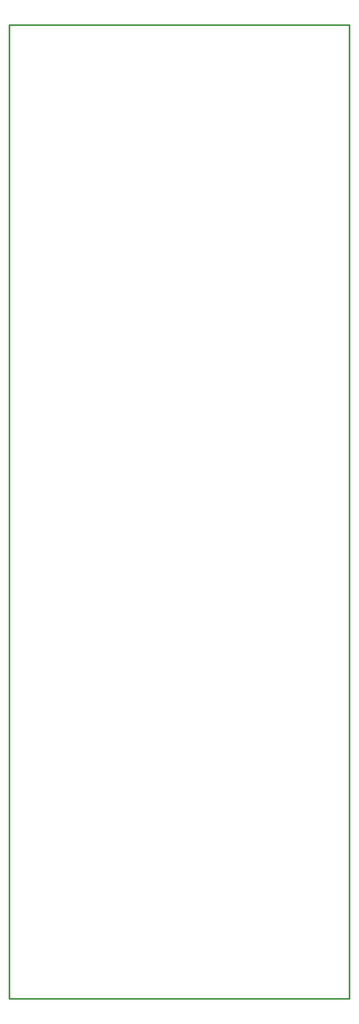
<source format=gm1>
G04 #@! TF.GenerationSoftware,KiCad,Pcbnew,(5.1.8-0-10_14)*
G04 #@! TF.CreationDate,2020-12-13T09:55:25+09:00*
G04 #@! TF.ProjectId,rsp02_LoadSW_OCP_Circuit_v1_2,72737030-325f-44c6-9f61-6453575f4f43,v1.2*
G04 #@! TF.SameCoordinates,Original*
G04 #@! TF.FileFunction,Profile,NP*
%FSLAX46Y46*%
G04 Gerber Fmt 4.6, Leading zero omitted, Abs format (unit mm)*
G04 Created by KiCad (PCBNEW (5.1.8-0-10_14)) date 2020-12-13 09:55:25*
%MOMM*%
%LPD*%
G01*
G04 APERTURE LIST*
G04 #@! TA.AperFunction,Profile*
%ADD10C,0.300000*%
G04 #@! TD*
G04 APERTURE END LIST*
D10*
X130000000Y-30000000D02*
X130000000Y-230000000D01*
X60000000Y-30000000D02*
X130000000Y-30000000D01*
X60000000Y-230000000D02*
X60000000Y-30000000D01*
X130000000Y-230000000D02*
X60000000Y-230000000D01*
M02*

</source>
